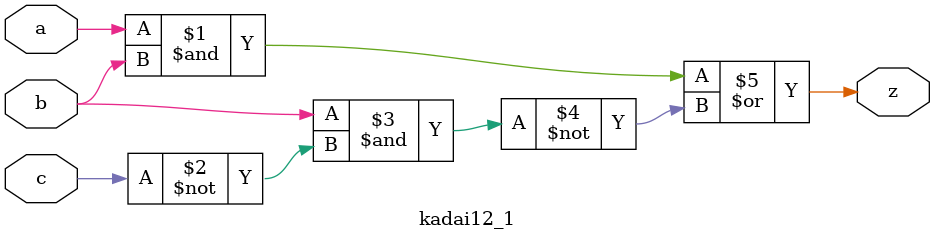
<source format=v>
module kadai12_1 (
    input a, input b, input c,
    output z
);

    assign z = ( (a&b) | ~(b&~c) );

endmodule

</source>
